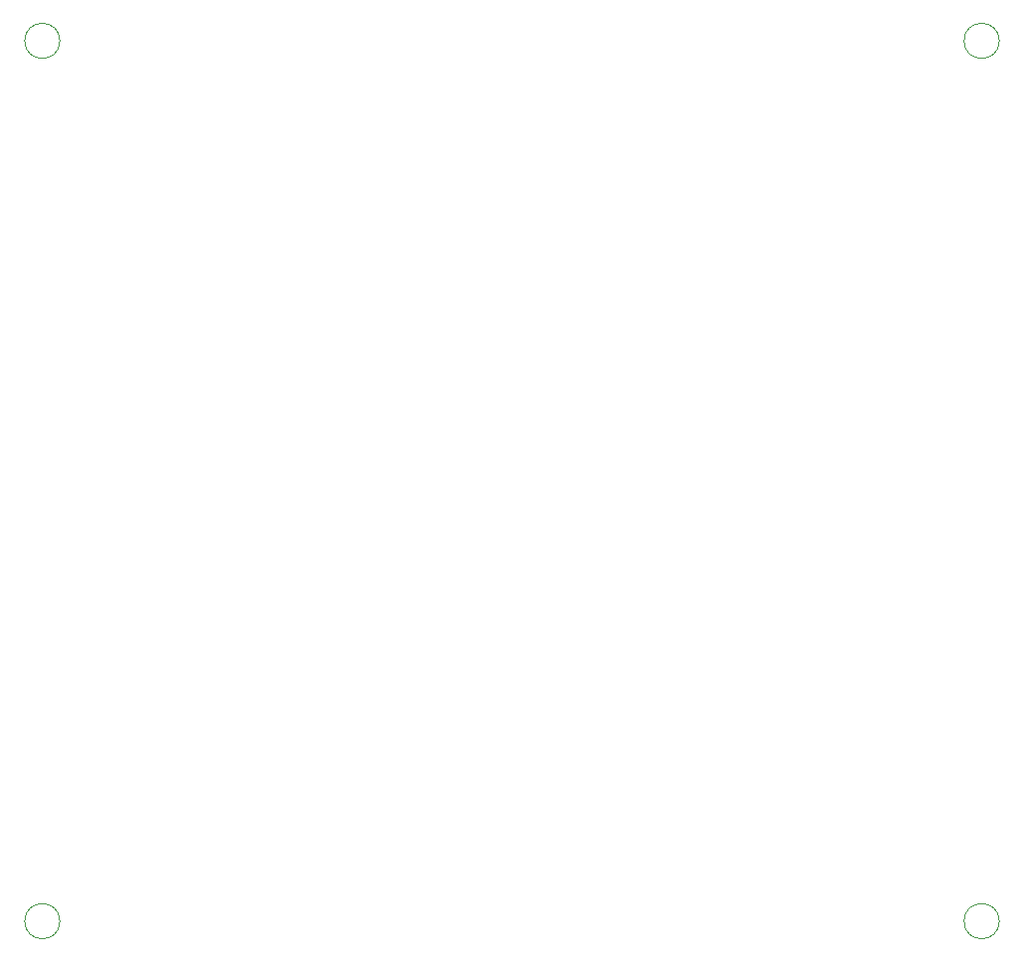
<source format=gbr>
%TF.GenerationSoftware,KiCad,Pcbnew,9.0.3*%
%TF.CreationDate,2026-01-15T10:22:36-05:00*%
%TF.ProjectId,MASTER,4d415354-4552-42e6-9b69-6361645f7063,rev?*%
%TF.SameCoordinates,Original*%
%TF.FileFunction,Other,User*%
%FSLAX46Y46*%
G04 Gerber Fmt 4.6, Leading zero omitted, Abs format (unit mm)*
G04 Created by KiCad (PCBNEW 9.0.3) date 2026-01-15 10:22:36*
%MOMM*%
%LPD*%
G01*
G04 APERTURE LIST*
%ADD10C,0.050000*%
G04 APERTURE END LIST*
D10*
X115665000Y-37925000D02*
G75*
G02*
X112665000Y-37925000I-1500000J0D01*
G01*
X112665000Y-37925000D02*
G75*
G02*
X115665000Y-37925000I1500000J0D01*
G01*
X115665000Y-112925000D02*
G75*
G02*
X112665000Y-112925000I-1500000J0D01*
G01*
X112665000Y-112925000D02*
G75*
G02*
X115665000Y-112925000I1500000J0D01*
G01*
X35665000Y-37925000D02*
G75*
G02*
X32665000Y-37925000I-1500000J0D01*
G01*
X32665000Y-37925000D02*
G75*
G02*
X35665000Y-37925000I1500000J0D01*
G01*
X35665000Y-112925000D02*
G75*
G02*
X32665000Y-112925000I-1500000J0D01*
G01*
X32665000Y-112925000D02*
G75*
G02*
X35665000Y-112925000I1500000J0D01*
G01*
M02*

</source>
